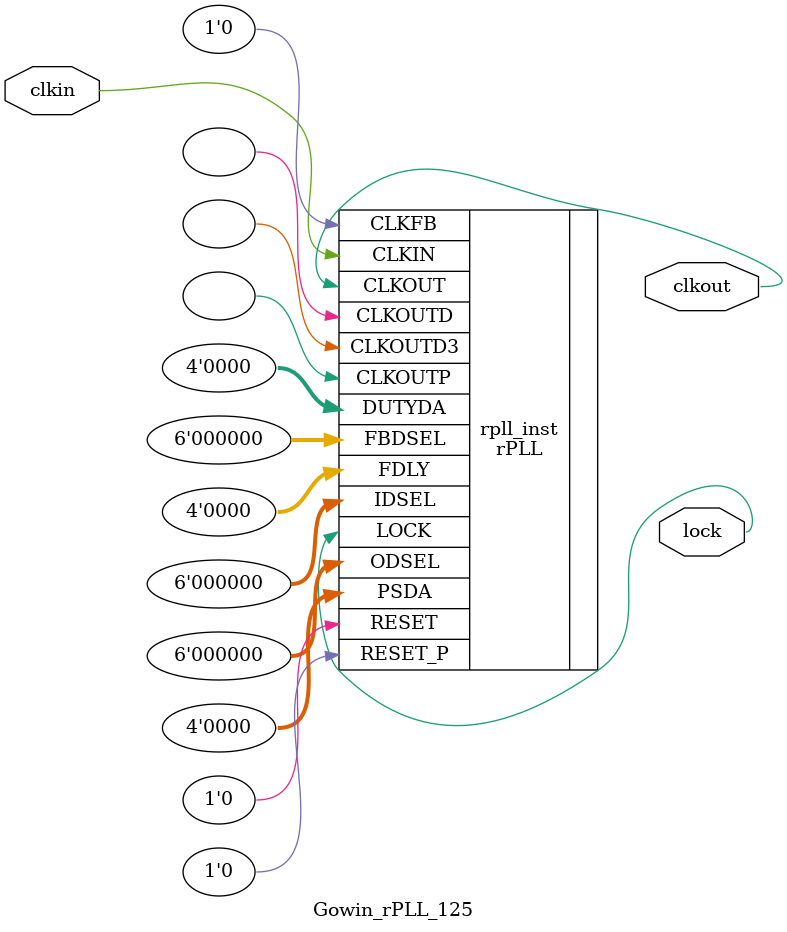
<source format=v>

module Gowin_rPLL_125 (
    input clkin,
    output clkout,
    output lock
);

// PLL configuration for Tang Nano 9K
// FCLKIN = 27 MHz → 125.875 MHz output (for HDMI TMDS serialization)
// This is 5× 25.175 MHz (exact VGA pixel clock frequency)
// Formula: FCLKOUT = FCLKIN * (FBDIV_SEL+1) / (IDIV_SEL+1) / (ODIV_SEL+1)
// VCO Formula (per gowin_pack): VCO = FCLKIN * (FBDIV_SEL+1) * ODIV_SEL / (IDIV_SEL+1)
// Note: gowin_pack uses ODIV_SEL (not +1) in VCO calculation!
// VCO must be in range 400-1200 MHz
//
// Target: 125.875 MHz (5 × 25.175 MHz)
// 27 MHz doesn't divide evenly to 25.175 MHz, so we get as close as possible
//
// Try: IDIV=5 (÷6), FBDIV=55 (×56), ODIV=1 (÷2)
// FCLKOUT = 27 * 56 / 6 / 2 = 126 MHz (0.1% error, acceptable)
// VCO = 27 * 56 * 1 / 6 = 252 MHz (too low!)
//
// Try: IDIV=1 (÷2), FBDIV=27 (×28), ODIV=2 (÷3)
// FCLKOUT = 27 * 28 / 2 / 3 = 126 MHz
// VCO = 27 * 28 * 2 / 2 = 756 MHz (good!)

rPLL #(
    .FCLKIN("27"),
    .DEVICE("GW1NR-9C"),
    .DYN_IDIV_SEL("false"),
    .IDIV_SEL(1),           // Divide by 2 (IDIV_SEL+1)
    .DYN_FBDIV_SEL("false"),
    .FBDIV_SEL(27),         // Multiply by 28 (FBDIV_SEL+1)
    .DYN_ODIV_SEL("false"),
    .ODIV_SEL(2),           // Divide by 3 (ODIV_SEL+1), VCO uses ODIV_SEL=2
    .PSDA_SEL("0000"),
    .DYN_DA_EN("false"),
    .DUTYDA_SEL("1000"),
    .CLKOUT_FT_DIR(1'b1),
    .CLKOUTP_FT_DIR(1'b1),
    .CLKOUT_DLY_STEP(0),
    .CLKOUTP_DLY_STEP(0),
    .CLKFB_SEL("internal"),
    .CLKOUT_BYPASS("false"),
    .CLKOUTP_BYPASS("false"),
    .CLKOUTD_BYPASS("false"),
    .DYN_SDIV_SEL(2),
    .CLKOUTD_SRC("CLKOUT"),
    .CLKOUTD3_SRC("CLKOUT")
) rpll_inst (
    .CLKOUT(clkout),
    .LOCK(lock),
    .CLKOUTP(),
    .CLKOUTD(),
    .CLKOUTD3(),
    .RESET(1'b0),
    .RESET_P(1'b0),
    .CLKIN(clkin),
    .CLKFB(1'b0),
    .FBDSEL(6'b0),
    .IDSEL(6'b0),
    .ODSEL(6'b0),
    .PSDA(4'b0),
    .DUTYDA(4'b0),
    .FDLY(4'b0)
);

endmodule

</source>
